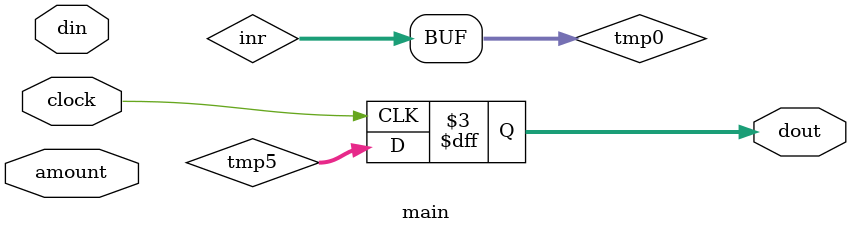
<source format=v>


module main(clock,amount,din,dout);
    input	      clock;
    input [4:0] amount;
    input [31:0]    din;
    output [31:0]   dout;

    reg [31:0]      dout;
    reg [31:0]      inr;

    wire [31:0] tmp0;
    wire [31:0] tmp1;
    wire [31:0] tmp2;
    wire [31:0] tmp3;
    wire [31:0] tmp4;
    wire [31:0] tmp5;

    initial begin
	dout = 0;
	inr = 0;
    end

    assign tmp0 = inr;
/*    assign tmp1 = amount[0] ?
	{tmp0[0:0], tmp0[31:1]} : tmp0;
    assign tmp2 = amount[1] ?
	{tmp1[1:0], tmp1[31:2]} : tmp1;
    assign tmp3 = amount[2] ?
	{tmp2[3:0], tmp2[31:4]} : tmp2;
    assign tmp4 = amount[3] ?
	{tmp3[7:0], tmp3[31:8]} : tmp3;
    assign tmp5 = amount[4] ?
	{tmp4[15:0], tmp4[31:16]} : tmp4;
*/
    always @ (posedge clock) begin
	dout = tmp5;
	inr = din;
    end // always @ (posedge clock)

endmodule // rotate

</source>
